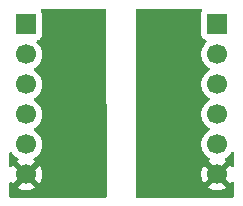
<source format=gbr>
%TF.GenerationSoftware,KiCad,Pcbnew,9.0.6-9.0.6~ubuntu22.04.1*%
%TF.CreationDate,2026-02-11T21:38:48+09:00*%
%TF.ProjectId,usb_typec_serial_insulation,7573625f-7479-4706-9563-5f7365726961,V1.0*%
%TF.SameCoordinates,Original*%
%TF.FileFunction,Copper,L2,Bot*%
%TF.FilePolarity,Positive*%
%FSLAX46Y46*%
G04 Gerber Fmt 4.6, Leading zero omitted, Abs format (unit mm)*
G04 Created by KiCad (PCBNEW 9.0.6-9.0.6~ubuntu22.04.1) date 2026-02-11 21:38:48*
%MOMM*%
%LPD*%
G01*
G04 APERTURE LIST*
%TA.AperFunction,ComponentPad*%
%ADD10R,1.700000X1.700000*%
%TD*%
%TA.AperFunction,ComponentPad*%
%ADD11C,1.700000*%
%TD*%
%TA.AperFunction,ViaPad*%
%ADD12C,0.600000*%
%TD*%
%TA.AperFunction,Conductor*%
%ADD13C,0.600000*%
%TD*%
G04 APERTURE END LIST*
D10*
%TO.P,J2,1,Pin_1*%
%TO.N,unconnected-(J2-Pin_1-Pad1)*%
X129915000Y-90840000D03*
D11*
%TO.P,J2,2,Pin_2*%
%TO.N,Net-(J2-Pin_2)*%
X129915000Y-93380000D03*
%TO.P,J2,3,Pin_3*%
%TO.N,Net-(J2-Pin_3)*%
X129915000Y-95920000D03*
%TO.P,J2,4,Pin_4*%
%TO.N,VCC2*%
X129915000Y-98460000D03*
%TO.P,J2,5,Pin_5*%
%TO.N,unconnected-(J2-Pin_5-Pad5)*%
X129915000Y-101000000D03*
%TO.P,J2,6,Pin_6*%
%TO.N,GND2*%
X129915000Y-103540000D03*
%TD*%
D10*
%TO.P,J1,1,Pin_1*%
%TO.N,unconnected-(J1-Pin_1-Pad1)*%
X146100000Y-90820000D03*
D11*
%TO.P,J1,2,Pin_2*%
%TO.N,Net-(J1-Pin_2)*%
X146100000Y-93360000D03*
%TO.P,J1,3,Pin_3*%
%TO.N,Net-(J1-Pin_3)*%
X146100000Y-95900000D03*
%TO.P,J1,4,Pin_4*%
%TO.N,VCC1*%
X146100000Y-98440000D03*
%TO.P,J1,5,Pin_5*%
%TO.N,unconnected-(J1-Pin_5-Pad5)*%
X146100000Y-100980000D03*
%TO.P,J1,6,Pin_6*%
%TO.N,GND1*%
X146100000Y-103520000D03*
%TD*%
D12*
%TO.N,GND2*%
X133000000Y-94500000D03*
%TO.N,GND1*%
X142800000Y-94500000D03*
%TD*%
D13*
%TO.N,GND2*%
X133000000Y-100455000D02*
X133000000Y-94500000D01*
X129915000Y-103540000D02*
X133000000Y-100455000D01*
%TO.N,GND1*%
X142800000Y-100220000D02*
X142800000Y-94500000D01*
X146100000Y-103520000D02*
X142800000Y-100220000D01*
%TD*%
%TA.AperFunction,Conductor*%
%TO.N,GND2*%
G36*
X136646710Y-89520185D02*
G01*
X136692465Y-89572989D01*
X136703669Y-89623771D01*
X136796322Y-105374771D01*
X136777032Y-105441925D01*
X136724498Y-105487989D01*
X136672324Y-105499500D01*
X128624500Y-105499500D01*
X128557461Y-105479815D01*
X128511706Y-105427011D01*
X128500500Y-105375500D01*
X128500500Y-104254014D01*
X128520185Y-104186975D01*
X128572989Y-104141220D01*
X128642147Y-104131276D01*
X128705703Y-104160301D01*
X128734985Y-104197719D01*
X128760375Y-104247550D01*
X128799728Y-104301716D01*
X129432037Y-103669408D01*
X129449075Y-103732993D01*
X129514901Y-103847007D01*
X129607993Y-103940099D01*
X129722007Y-104005925D01*
X129785590Y-104022962D01*
X129153282Y-104655269D01*
X129153282Y-104655270D01*
X129207449Y-104694624D01*
X129396782Y-104791095D01*
X129598870Y-104856757D01*
X129808754Y-104890000D01*
X130021246Y-104890000D01*
X130231127Y-104856757D01*
X130231130Y-104856757D01*
X130433217Y-104791095D01*
X130622554Y-104694622D01*
X130676716Y-104655270D01*
X130676717Y-104655270D01*
X130044408Y-104022962D01*
X130107993Y-104005925D01*
X130222007Y-103940099D01*
X130315099Y-103847007D01*
X130380925Y-103732993D01*
X130397962Y-103669408D01*
X131030270Y-104301717D01*
X131030270Y-104301716D01*
X131069622Y-104247554D01*
X131166095Y-104058217D01*
X131231757Y-103856130D01*
X131231757Y-103856127D01*
X131265000Y-103646246D01*
X131265000Y-103433753D01*
X131231757Y-103223872D01*
X131231757Y-103223869D01*
X131166095Y-103021782D01*
X131069624Y-102832449D01*
X131030270Y-102778282D01*
X131030269Y-102778282D01*
X130397962Y-103410590D01*
X130380925Y-103347007D01*
X130315099Y-103232993D01*
X130222007Y-103139901D01*
X130107993Y-103074075D01*
X130044409Y-103057037D01*
X130676716Y-102424728D01*
X130622547Y-102385373D01*
X130622547Y-102385372D01*
X130613500Y-102380763D01*
X130562706Y-102332788D01*
X130545912Y-102264966D01*
X130568451Y-102198832D01*
X130613508Y-102159793D01*
X130622816Y-102155051D01*
X130702007Y-102097515D01*
X130794786Y-102030109D01*
X130794788Y-102030106D01*
X130794792Y-102030104D01*
X130945104Y-101879792D01*
X130945106Y-101879788D01*
X130945109Y-101879786D01*
X131070048Y-101707820D01*
X131070047Y-101707820D01*
X131070051Y-101707816D01*
X131166557Y-101518412D01*
X131232246Y-101316243D01*
X131265500Y-101106287D01*
X131265500Y-100893713D01*
X131232246Y-100683757D01*
X131166557Y-100481588D01*
X131070051Y-100292184D01*
X131070049Y-100292181D01*
X131070048Y-100292179D01*
X130945109Y-100120213D01*
X130794786Y-99969890D01*
X130622820Y-99844951D01*
X130622115Y-99844591D01*
X130614054Y-99840485D01*
X130563259Y-99792512D01*
X130546463Y-99724692D01*
X130568999Y-99658556D01*
X130614054Y-99619515D01*
X130622816Y-99615051D01*
X130644789Y-99599086D01*
X130794786Y-99490109D01*
X130794788Y-99490106D01*
X130794792Y-99490104D01*
X130945104Y-99339792D01*
X130945106Y-99339788D01*
X130945109Y-99339786D01*
X131070048Y-99167820D01*
X131070047Y-99167820D01*
X131070051Y-99167816D01*
X131166557Y-98978412D01*
X131232246Y-98776243D01*
X131265500Y-98566287D01*
X131265500Y-98353713D01*
X131232246Y-98143757D01*
X131166557Y-97941588D01*
X131070051Y-97752184D01*
X131070049Y-97752181D01*
X131070048Y-97752179D01*
X130945109Y-97580213D01*
X130794786Y-97429890D01*
X130622820Y-97304951D01*
X130622115Y-97304591D01*
X130614054Y-97300485D01*
X130563259Y-97252512D01*
X130546463Y-97184692D01*
X130568999Y-97118556D01*
X130614054Y-97079515D01*
X130622816Y-97075051D01*
X130644789Y-97059086D01*
X130794786Y-96950109D01*
X130794788Y-96950106D01*
X130794792Y-96950104D01*
X130945104Y-96799792D01*
X130945106Y-96799788D01*
X130945109Y-96799786D01*
X131070048Y-96627820D01*
X131070047Y-96627820D01*
X131070051Y-96627816D01*
X131166557Y-96438412D01*
X131232246Y-96236243D01*
X131265500Y-96026287D01*
X131265500Y-95813713D01*
X131232246Y-95603757D01*
X131166557Y-95401588D01*
X131070051Y-95212184D01*
X131070049Y-95212181D01*
X131070048Y-95212179D01*
X130945109Y-95040213D01*
X130794786Y-94889890D01*
X130622820Y-94764951D01*
X130622115Y-94764591D01*
X130614054Y-94760485D01*
X130563259Y-94712512D01*
X130546463Y-94644692D01*
X130568999Y-94578556D01*
X130614054Y-94539515D01*
X130622816Y-94535051D01*
X130644789Y-94519086D01*
X130794786Y-94410109D01*
X130794788Y-94410106D01*
X130794792Y-94410104D01*
X130945104Y-94259792D01*
X130945106Y-94259788D01*
X130945109Y-94259786D01*
X131070048Y-94087820D01*
X131070047Y-94087820D01*
X131070051Y-94087816D01*
X131166557Y-93898412D01*
X131232246Y-93696243D01*
X131265500Y-93486287D01*
X131265500Y-93273713D01*
X131232246Y-93063757D01*
X131166557Y-92861588D01*
X131070051Y-92672184D01*
X131070049Y-92672181D01*
X131070048Y-92672179D01*
X130945109Y-92500213D01*
X130831569Y-92386673D01*
X130798084Y-92325350D01*
X130803068Y-92255658D01*
X130844940Y-92199725D01*
X130875915Y-92182810D01*
X131007331Y-92133796D01*
X131122546Y-92047546D01*
X131208796Y-91932331D01*
X131259091Y-91797483D01*
X131265500Y-91737873D01*
X131265499Y-89942128D01*
X131259091Y-89882517D01*
X131208796Y-89747669D01*
X131172221Y-89698811D01*
X131147804Y-89633347D01*
X131162656Y-89565074D01*
X131212061Y-89515668D01*
X131271488Y-89500500D01*
X136579671Y-89500500D01*
X136646710Y-89520185D01*
G37*
%TD.AperFunction*%
%TA.AperFunction,Conductor*%
G36*
X128705703Y-101621403D02*
G01*
X128734985Y-101658821D01*
X128759951Y-101707820D01*
X128884890Y-101879786D01*
X129035213Y-102030109D01*
X129207179Y-102155048D01*
X129207181Y-102155049D01*
X129207184Y-102155051D01*
X129216493Y-102159794D01*
X129267290Y-102207766D01*
X129284087Y-102275587D01*
X129261552Y-102341722D01*
X129216505Y-102380760D01*
X129207446Y-102385376D01*
X129207440Y-102385380D01*
X129153282Y-102424727D01*
X129153282Y-102424728D01*
X129785591Y-103057037D01*
X129722007Y-103074075D01*
X129607993Y-103139901D01*
X129514901Y-103232993D01*
X129449075Y-103347007D01*
X129432037Y-103410591D01*
X128799728Y-102778282D01*
X128799727Y-102778282D01*
X128760380Y-102832440D01*
X128760378Y-102832443D01*
X128734984Y-102882282D01*
X128687010Y-102933077D01*
X128619189Y-102949872D01*
X128553054Y-102927334D01*
X128509603Y-102872619D01*
X128500500Y-102825986D01*
X128500500Y-101715116D01*
X128520185Y-101648077D01*
X128572989Y-101602322D01*
X128642147Y-101592378D01*
X128705703Y-101621403D01*
G37*
%TD.AperFunction*%
%TD*%
%TA.AperFunction,Conductor*%
%TO.N,GND1*%
G36*
X144795579Y-89520185D02*
G01*
X144841334Y-89572989D01*
X144851278Y-89642147D01*
X144827807Y-89698811D01*
X144806204Y-89727668D01*
X144806202Y-89727671D01*
X144755908Y-89862517D01*
X144749501Y-89922116D01*
X144749500Y-89922135D01*
X144749500Y-91717870D01*
X144749501Y-91717876D01*
X144755908Y-91777483D01*
X144806202Y-91912328D01*
X144806206Y-91912335D01*
X144892452Y-92027544D01*
X144892455Y-92027547D01*
X145007664Y-92113793D01*
X145007671Y-92113797D01*
X145139082Y-92162810D01*
X145195016Y-92204681D01*
X145219433Y-92270145D01*
X145204582Y-92338418D01*
X145183431Y-92366673D01*
X145069889Y-92480215D01*
X144944951Y-92652179D01*
X144848444Y-92841585D01*
X144782753Y-93043760D01*
X144749500Y-93253713D01*
X144749500Y-93466286D01*
X144782753Y-93676239D01*
X144848444Y-93878414D01*
X144944951Y-94067820D01*
X145069890Y-94239786D01*
X145220213Y-94390109D01*
X145392182Y-94515050D01*
X145400946Y-94519516D01*
X145451742Y-94567491D01*
X145468536Y-94635312D01*
X145445998Y-94701447D01*
X145400946Y-94740484D01*
X145392182Y-94744949D01*
X145220213Y-94869890D01*
X145069890Y-95020213D01*
X144944951Y-95192179D01*
X144848444Y-95381585D01*
X144782753Y-95583760D01*
X144749500Y-95793713D01*
X144749500Y-96006286D01*
X144782753Y-96216239D01*
X144848444Y-96418414D01*
X144944951Y-96607820D01*
X145069890Y-96779786D01*
X145220213Y-96930109D01*
X145392182Y-97055050D01*
X145400946Y-97059516D01*
X145451742Y-97107491D01*
X145468536Y-97175312D01*
X145445998Y-97241447D01*
X145400946Y-97280484D01*
X145392182Y-97284949D01*
X145220213Y-97409890D01*
X145069890Y-97560213D01*
X144944951Y-97732179D01*
X144848444Y-97921585D01*
X144782753Y-98123760D01*
X144749500Y-98333713D01*
X144749500Y-98546286D01*
X144782753Y-98756239D01*
X144848444Y-98958414D01*
X144944951Y-99147820D01*
X145069890Y-99319786D01*
X145220213Y-99470109D01*
X145392182Y-99595050D01*
X145400946Y-99599516D01*
X145451742Y-99647491D01*
X145468536Y-99715312D01*
X145445998Y-99781447D01*
X145400946Y-99820484D01*
X145392182Y-99824949D01*
X145220213Y-99949890D01*
X145069890Y-100100213D01*
X144944951Y-100272179D01*
X144848444Y-100461585D01*
X144782753Y-100663760D01*
X144749500Y-100873713D01*
X144749500Y-101086286D01*
X144782753Y-101296239D01*
X144848444Y-101498414D01*
X144944951Y-101687820D01*
X145069890Y-101859786D01*
X145220213Y-102010109D01*
X145392179Y-102135048D01*
X145392181Y-102135049D01*
X145392184Y-102135051D01*
X145401493Y-102139794D01*
X145452290Y-102187766D01*
X145469087Y-102255587D01*
X145446552Y-102321722D01*
X145401505Y-102360760D01*
X145392446Y-102365376D01*
X145392440Y-102365380D01*
X145338282Y-102404727D01*
X145338282Y-102404728D01*
X145970591Y-103037037D01*
X145907007Y-103054075D01*
X145792993Y-103119901D01*
X145699901Y-103212993D01*
X145634075Y-103327007D01*
X145617037Y-103390591D01*
X144984728Y-102758282D01*
X144984727Y-102758282D01*
X144945380Y-102812439D01*
X144848904Y-103001782D01*
X144783242Y-103203869D01*
X144783242Y-103203872D01*
X144750000Y-103413753D01*
X144750000Y-103626246D01*
X144783242Y-103836127D01*
X144783242Y-103836130D01*
X144848904Y-104038217D01*
X144945375Y-104227550D01*
X144984728Y-104281716D01*
X145617037Y-103649408D01*
X145634075Y-103712993D01*
X145699901Y-103827007D01*
X145792993Y-103920099D01*
X145907007Y-103985925D01*
X145970590Y-104002962D01*
X145338282Y-104635269D01*
X145338282Y-104635270D01*
X145392449Y-104674624D01*
X145581782Y-104771095D01*
X145783870Y-104836757D01*
X145993754Y-104870000D01*
X146206246Y-104870000D01*
X146416127Y-104836757D01*
X146416130Y-104836757D01*
X146618217Y-104771095D01*
X146807554Y-104674622D01*
X146861716Y-104635270D01*
X146861717Y-104635270D01*
X146229408Y-104002962D01*
X146292993Y-103985925D01*
X146407007Y-103920099D01*
X146500099Y-103827007D01*
X146565925Y-103712993D01*
X146582962Y-103649408D01*
X147215270Y-104281717D01*
X147215270Y-104281716D01*
X147254624Y-104227552D01*
X147265015Y-104207159D01*
X147312989Y-104156362D01*
X147380810Y-104139567D01*
X147446945Y-104162104D01*
X147490397Y-104216819D01*
X147499500Y-104263453D01*
X147499500Y-105375500D01*
X147479815Y-105442539D01*
X147427011Y-105488294D01*
X147375500Y-105499500D01*
X139324000Y-105499500D01*
X139256961Y-105479815D01*
X139211206Y-105427011D01*
X139200000Y-105375500D01*
X139200000Y-89624500D01*
X139219685Y-89557461D01*
X139272489Y-89511706D01*
X139324000Y-89500500D01*
X144728540Y-89500500D01*
X144795579Y-89520185D01*
G37*
%TD.AperFunction*%
%TA.AperFunction,Conductor*%
G36*
X147446945Y-101623206D02*
G01*
X147490397Y-101677921D01*
X147499500Y-101724555D01*
X147499500Y-102776546D01*
X147479815Y-102843585D01*
X147427011Y-102889340D01*
X147357853Y-102899284D01*
X147294297Y-102870259D01*
X147265016Y-102832842D01*
X147254626Y-102812452D01*
X147215270Y-102758282D01*
X147215269Y-102758282D01*
X146582962Y-103390590D01*
X146565925Y-103327007D01*
X146500099Y-103212993D01*
X146407007Y-103119901D01*
X146292993Y-103054075D01*
X146229409Y-103037037D01*
X146861716Y-102404728D01*
X146807547Y-102365373D01*
X146807547Y-102365372D01*
X146798500Y-102360763D01*
X146747706Y-102312788D01*
X146730912Y-102244966D01*
X146753451Y-102178832D01*
X146798508Y-102139793D01*
X146807816Y-102135051D01*
X146887007Y-102077515D01*
X146979786Y-102010109D01*
X146979788Y-102010106D01*
X146979792Y-102010104D01*
X147130104Y-101859792D01*
X147130106Y-101859788D01*
X147130109Y-101859786D01*
X147255050Y-101687817D01*
X147265015Y-101668261D01*
X147312989Y-101617464D01*
X147380810Y-101600669D01*
X147446945Y-101623206D01*
G37*
%TD.AperFunction*%
%TD*%
M02*

</source>
